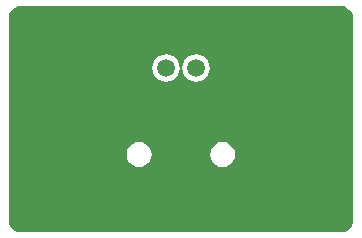
<source format=gbl>
G04 Layer_Physical_Order=2*
G04 Layer_Color=16711680*
%FSLAX44Y44*%
%MOMM*%
G71*
G01*
G75*
%ADD13C,1.5000*%
%ADD14R,1.5000X1.5000*%
%ADD15C,1.0000*%
G36*
X-93029Y660823D02*
X-90400Y659734D01*
X-88142Y658001D01*
X-86409Y655743D01*
X-85320Y653114D01*
X-84967Y650431D01*
X-84994Y650292D01*
Y480292D01*
X-84967Y480153D01*
X-85320Y477470D01*
X-86409Y474840D01*
X-88142Y472582D01*
X-90400Y470850D01*
X-93029Y469761D01*
X-95712Y469407D01*
X-95851Y469435D01*
X-365851D01*
X-365990Y469407D01*
X-368673Y469761D01*
X-371303Y470850D01*
X-373561Y472582D01*
X-375294Y474840D01*
X-376383Y477470D01*
X-376736Y480153D01*
X-376708Y480292D01*
Y650292D01*
X-376736Y650431D01*
X-376383Y653114D01*
X-375294Y655743D01*
X-373561Y658001D01*
X-371303Y659734D01*
X-368673Y660823D01*
X-365990Y661176D01*
X-365851Y661149D01*
X-95851D01*
X-95712Y661176D01*
X-93029Y660823D01*
D02*
G37*
%LPC*%
G36*
X-195551Y545881D02*
X-198292Y545520D01*
X-200846Y544462D01*
X-203040Y542779D01*
X-204723Y540585D01*
X-205781Y538031D01*
X-206142Y535290D01*
X-205781Y532549D01*
X-204723Y529995D01*
X-203040Y527801D01*
X-200846Y526118D01*
X-198292Y525060D01*
X-195551Y524699D01*
X-192810Y525060D01*
X-190256Y526118D01*
X-188062Y527801D01*
X-186379Y529995D01*
X-185321Y532549D01*
X-184960Y535290D01*
X-185321Y538031D01*
X-186379Y540585D01*
X-188062Y542779D01*
X-190256Y544462D01*
X-192810Y545520D01*
X-195551Y545881D01*
D02*
G37*
G36*
X-266150D02*
X-268891Y545520D01*
X-271445Y544462D01*
X-273639Y542779D01*
X-275322Y540585D01*
X-276380Y538031D01*
X-276741Y535290D01*
X-276380Y532549D01*
X-275322Y529995D01*
X-273639Y527801D01*
X-271445Y526118D01*
X-268891Y525060D01*
X-266150Y524699D01*
X-263409Y525060D01*
X-260855Y526118D01*
X-258661Y527801D01*
X-256978Y529995D01*
X-255920Y532549D01*
X-255559Y535290D01*
X-255920Y538031D01*
X-256978Y540585D01*
X-258661Y542779D01*
X-260855Y544462D01*
X-263409Y545520D01*
X-266150Y545881D01*
D02*
G37*
G36*
X-217950Y620039D02*
X-220952Y619644D01*
X-223750Y618485D01*
X-226152Y616642D01*
X-227995Y614240D01*
X-229154Y611442D01*
X-229549Y608440D01*
X-229154Y605438D01*
X-227995Y602640D01*
X-226152Y600238D01*
X-223750Y598395D01*
X-220952Y597236D01*
X-217950Y596841D01*
X-214948Y597236D01*
X-212150Y598395D01*
X-209748Y600238D01*
X-207905Y602640D01*
X-206746Y605438D01*
X-206351Y608440D01*
X-206746Y611442D01*
X-207905Y614240D01*
X-209748Y616642D01*
X-212150Y618485D01*
X-214948Y619644D01*
X-217950Y620039D01*
D02*
G37*
G36*
X-243350D02*
X-246352Y619644D01*
X-249150Y618485D01*
X-251552Y616642D01*
X-253395Y614240D01*
X-254554Y611442D01*
X-254949Y608440D01*
X-254554Y605438D01*
X-253395Y602640D01*
X-251552Y600238D01*
X-249150Y598395D01*
X-246352Y597236D01*
X-243350Y596841D01*
X-240348Y597236D01*
X-237550Y598395D01*
X-235148Y600238D01*
X-233305Y602640D01*
X-232146Y605438D01*
X-231751Y608440D01*
X-232146Y611442D01*
X-233305Y614240D01*
X-235148Y616642D01*
X-237550Y618485D01*
X-240348Y619644D01*
X-243350Y620039D01*
D02*
G37*
%LPD*%
D13*
Y608440D02*
D03*
X-217950D02*
D03*
D14*
X-192550D02*
D03*
D15*
X-268780Y510220D02*
D03*
X-192880Y509450D02*
D03*
X-269280Y560690D02*
D03*
X-193340Y560780D02*
D03*
X-269350Y601220D02*
D03*
M02*

</source>
